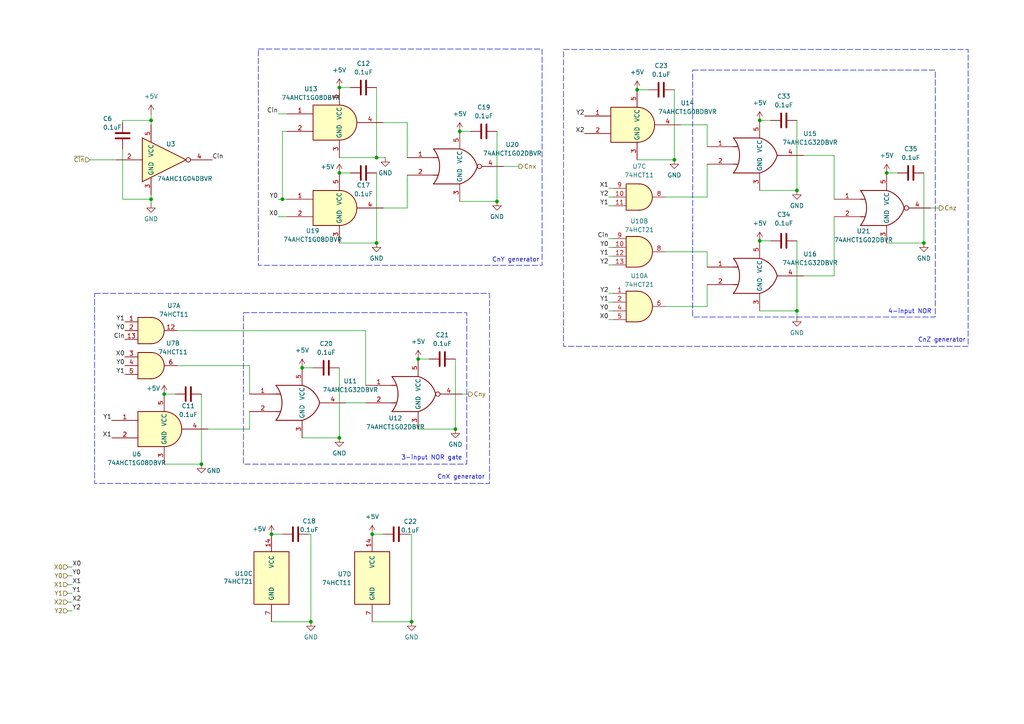
<source format=kicad_sch>
(kicad_sch (version 20250114) (generator "eeschema") (generator_version "9.0")
  (paper "A4")
  (title_block (title "Full Lookahead Carry Generator") (date "2025-03-22") (rev "V1.1") (comment 3 "https://www.ti.com/lit/ds/symlink/sn54s182.pdf") (comment 4 "Functionally equivalent to the 74LS 182 carry generator IC."))
  (lib_symbols
    (symbol "74xGxx:74AHC1G04"
      (property "Reference" "U" (at -2.54 3.81 0))
      (property "Value" "74AHC1G04" (at 0 -3.81 0))
      (symbol "74AHC1G04_0_1"
        (polyline (pts (xy -7.62 6.35) (xy -7.62 -6.35) (xy 5.08 0) (xy -7.62 6.35)) (stroke (width 0.254)) (fill (type background)))
      )
      (symbol "74AHC1G04_1_1"
        (pin input line (at -15.24 0 0) (length 7.62) (name "~") (number "2"))
        (pin power_in line (at -5.08 10.16 270) (length 5.08) (name "VCC") (number "5"))
        (pin power_in line (at -5.08 -10.16 90) (length 5.08) (name "GND") (number "3"))
        (pin output inverted (at 12.7 0 180) (length 7.62) (name "~") (number "4"))
      )
    )
    (symbol "74xGxx:74AHC1G08"
      (property "Reference" "U" (at -2.54 3.81 0))
      (property "Value" "74AHC1G08" (at 0 -3.81 0))
      (symbol "74AHC1G08_0_1"
        (arc (start 0 5.08) (mid 5.0579 0) (end 0 -5.08) (stroke (width 0.254)) (fill (type background)))
        (polyline (pts (xy 0 -5.08) (xy -7.62 -5.08) (xy -7.62 5.08) (xy 0 5.08)) (stroke (width 0.254)) (fill (type background)))
      )
      (symbol "74AHC1G08_1_1"
        (pin input line (at -15.24 2.54 0) (length 7.62) (name "~") (number "1"))
        (pin input line (at -15.24 -2.54 0) (length 7.62) (name "~") (number "2"))
        (pin power_in line (at 0 10.16 270) (length 5.08) (name "VCC") (number "5"))
        (pin power_in line (at 0 -10.16 90) (length 5.08) (name "GND") (number "3"))
        (pin output line (at 12.7 0 180) (length 7.62) (name "~") (number "4"))
      )
    )
    (symbol "74xGxx:74AHC1G32"
      (property "Reference" "U" (at -2.54 3.81 0))
      (property "Value" "74AHC1G32" (at 0 -3.81 0))
      (symbol "74AHC1G32_0_1"
        (arc (start -7.62 5.08) (mid -5.838 0) (end -7.62 -5.08) (stroke (width 0.254)))
        (polyline (pts (xy -7.62 2.54) (xy -6.35 2.54)) (stroke (width 0.254)) (fill (type background)))
        (polyline (pts (xy -7.62 -2.54) (xy -6.35 -2.54)) (stroke (width 0.254)) (fill (type background)))
        (arc (start 5.08 0) (mid 3.202 -3.202) (end 0 -5.08) (stroke (width 0.254)))
        (arc (start 0 5.08) (mid 3.2271 3.2271) (end 5.08 0) (stroke (width 0.254)))
        (polyline (pts (xy 0 5.08) (xy -7.62 5.08)) (stroke (width 0.254)) (fill (type background)))
        (polyline (pts (xy 0 -5.08) (xy -7.62 -5.08)) (stroke (width 0.254)) (fill (type background)))
      )
      (symbol "74AHC1G32_1_1"
        (pin input line (at -15.24 2.54 0) (length 7.62) (name "~") (number "1"))
        (pin input line (at -15.24 -2.54 0) (length 7.62) (name "~") (number "2"))
        (pin power_in line (at 0 10.16 270) (length 5.08) (name "VCC") (number "5"))
        (pin power_in line (at 0 -10.16 90) (length 5.08) (name "GND") (number "3"))
        (pin output line (at 12.7 0 180) (length 7.62) (name "~") (number "4"))
      )
    )
    (symbol "74xGxx:74AHCT1G02"
      (property "Reference" "U" (at -2.54 3.81 0))
      (property "Value" "74AHCT1G02" (at 0 -3.81 0))
      (symbol "74AHCT1G02_0_1"
        (arc (start -7.62 5.08) (mid -5.838 0) (end -7.62 -5.08) (stroke (width 0.254)))
        (polyline (pts (xy -7.62 2.54) (xy -6.35 2.54)) (stroke (width 0.254)) (fill (type background)))
        (polyline (pts (xy -7.62 -2.54) (xy -6.35 -2.54)) (stroke (width 0.254)) (fill (type background)))
        (arc (start 5.08 0) (mid 3.202 -3.202) (end 0 -5.08) (stroke (width 0.254)))
        (arc (start 0 5.08) (mid 3.2271 3.2271) (end 5.08 0) (stroke (width 0.254)))
        (polyline (pts (xy 0 5.08) (xy -7.62 5.08)) (stroke (width 0.254)) (fill (type background)))
        (polyline (pts (xy 0 -5.08) (xy -7.62 -5.08)) (stroke (width 0.254)) (fill (type background)))
      )
      (symbol "74AHCT1G02_1_1"
        (pin input line (at -15.24 2.54 0) (length 7.62) (name "~") (number "1"))
        (pin input line (at -15.24 -2.54 0) (length 7.62) (name "~") (number "2"))
        (pin power_in line (at 0 10.16 270) (length 5.08) (name "VCC") (number "5"))
        (pin power_in line (at 0 -10.16 90) (length 5.08) (name "GND") (number "3"))
        (pin output inverted (at 12.7 0 180) (length 7.62) (name "~") (number "4"))
      )
    )
    (symbol "74xx:74LS11" (pin_names (offset 1.016))
      (property "Reference" "U" (at 0 1.27 0))
      (property "Value" "74LS11" (at 0 -1.27 0))
      (symbol "74LS11_1_1"
        (arc (start 0 3.81) (mid 3.7934 0) (end 0 -3.81) (stroke (width 0.254)) (fill (type background)))
        (polyline (pts (xy 0 3.81) (xy -3.81 3.81) (xy -3.81 -3.81) (xy 0 -3.81)) (stroke (width 0.254)) (fill (type background)))
        (pin input line (at -7.62 2.54 0) (length 3.81) (name "~") (number "1"))
        (pin input line (at -7.62 0 0) (length 3.81) (name "~") (number "2"))
        (pin input line (at -7.62 -2.54 0) (length 3.81) (name "~") (number "13"))
        (pin output line (at 7.62 0 180) (length 3.81) (name "~") (number "12"))
      )
      (symbol "74LS11_1_2"
        (arc (start -3.81 3.81) (mid -2.589 0) (end -3.81 -3.81) (stroke (width 0.254)))
        (polyline (pts (xy -3.81 3.81) (xy -0.635 3.81)) (stroke (width 0.254)) (fill (type background)))
        (polyline (pts (xy -3.81 -3.81) (xy -0.635 -3.81)) (stroke (width 0.254)) (fill (type background)))
        (arc (start 3.81 0) (mid 2.1855 -2.584) (end -0.6096 -3.81) (stroke (width 0.254)) (fill (type background)))
        (arc (start -0.6096 3.81) (mid 2.1928 2.5924) (end 3.81 0) (stroke (width 0.254)) (fill (type background)))
        (polyline (pts (xy -0.635 3.81) (xy -3.81 3.81) (xy -3.81 3.81) (xy -3.556 3.4036) (xy -3.0226 2.2606) (xy -2.6924 1.0414) (xy -2.6162 -0.254) (xy -2.7686 -1.4986) (xy -3.175 -2.7178) (xy -3.81 -3.81) (xy -3.81 -3.81) (xy -0.635 -3.81)) (stroke (width -25.4)) (fill (type background)))
        (pin input inverted (at -7.62 2.54 0) (length 4.318) (name "~") (number "1"))
        (pin input inverted (at -7.62 0 0) (length 4.953) (name "~") (number "2"))
        (pin input inverted (at -7.62 -2.54 0) (length 4.318) (name "~") (number "13"))
        (pin output inverted (at 7.62 0 180) (length 3.81) (name "~") (number "12"))
      )
      (symbol "74LS11_2_1"
        (arc (start 0 3.81) (mid 3.7934 0) (end 0 -3.81) (stroke (width 0.254)) (fill (type background)))
        (polyline (pts (xy 0 3.81) (xy -3.81 3.81) (xy -3.81 -3.81) (xy 0 -3.81)) (stroke (width 0.254)) (fill (type background)))
        (pin input line (at -7.62 2.54 0) (length 3.81) (name "~") (number "3"))
        (pin input line (at -7.62 0 0) (length 3.81) (name "~") (number "4"))
        (pin input line (at -7.62 -2.54 0) (length 3.81) (name "~") (number "5"))
        (pin output line (at 7.62 0 180) (length 3.81) (name "~") (number "6"))
      )
      (symbol "74LS11_2_2"
        (arc (start -3.81 3.81) (mid -2.589 0) (end -3.81 -3.81) (stroke (width 0.254)))
        (polyline (pts (xy -3.81 3.81) (xy -0.635 3.81)) (stroke (width 0.254)) (fill (type background)))
        (polyline (pts (xy -3.81 -3.81) (xy -0.635 -3.81)) (stroke (width 0.254)) (fill (type background)))
        (arc (start 3.81 0) (mid 2.1855 -2.584) (end -0.6096 -3.81) (stroke (width 0.254)) (fill (type background)))
        (arc (start -0.6096 3.81) (mid 2.1928 2.5924) (end 3.81 0) (stroke (width 0.254)) (fill (type background)))
        (polyline (pts (xy -0.635 3.81) (xy -3.81 3.81) (xy -3.81 3.81) (xy -3.556 3.4036) (xy -3.0226 2.2606) (xy -2.6924 1.0414) (xy -2.6162 -0.254) (xy -2.7686 -1.4986) (xy -3.175 -2.7178) (xy -3.81 -3.81) (xy -3.81 -3.81) (xy -0.635 -3.81)) (stroke (width -25.4)) (fill (type background)))
        (pin input inverted (at -7.62 2.54 0) (length 4.318) (name "~") (number "3"))
        (pin input inverted (at -7.62 0 0) (length 4.953) (name "~") (number "4"))
        (pin input inverted (at -7.62 -2.54 0) (length 4.318) (name "~") (number "5"))
        (pin output inverted (at 7.62 0 180) (length 3.81) (name "~") (number "6"))
      )
      (symbol "74LS11_3_1"
        (arc (start 0 3.81) (mid 3.7934 0) (end 0 -3.81) (stroke (width 0.254)) (fill (type background)))
        (polyline (pts (xy 0 3.81) (xy -3.81 3.81) (xy -3.81 -3.81) (xy 0 -3.81)) (stroke (width 0.254)) (fill (type background)))
        (pin input line (at -7.62 2.54 0) (length 3.81) (name "~") (number "9"))
        (pin input line (at -7.62 0 0) (length 3.81) (name "~") (number "10"))
        (pin input line (at -7.62 -2.54 0) (length 3.81) (name "~") (number "11"))
        (pin output line (at 7.62 0 180) (length 3.81) (name "~") (number "8"))
      )
      (symbol "74LS11_3_2"
        (arc (start -3.81 3.81) (mid -2.589 0) (end -3.81 -3.81) (stroke (width 0.254)))
        (polyline (pts (xy -3.81 3.81) (xy -0.635 3.81)) (stroke (width 0.254)) (fill (type background)))
        (polyline (pts (xy -3.81 -3.81) (xy -0.635 -3.81)) (stroke (width 0.254)) (fill (type background)))
        (arc (start 3.81 0) (mid 2.1855 -2.584) (end -0.6096 -3.81) (stroke (width 0.254)) (fill (type background)))
        (arc (start -0.6096 3.81) (mid 2.1928 2.5924) (end 3.81 0) (stroke (width 0.254)) (fill (type background)))
        (polyline (pts (xy -0.635 3.81) (xy -3.81 3.81) (xy -3.81 3.81) (xy -3.556 3.4036) (xy -3.0226 2.2606) (xy -2.6924 1.0414) (xy -2.6162 -0.254) (xy -2.7686 -1.4986) (xy -3.175 -2.7178) (xy -3.81 -3.81) (xy -3.81 -3.81) (xy -0.635 -3.81)) (stroke (width -25.4)) (fill (type background)))
        (pin input inverted (at -7.62 2.54 0) (length 4.318) (name "~") (number "9"))
        (pin input inverted (at -7.62 0 0) (length 4.953) (name "~") (number "10"))
        (pin input inverted (at -7.62 -2.54 0) (length 4.318) (name "~") (number "11"))
        (pin output inverted (at 7.62 0 180) (length 3.81) (name "~") (number "8"))
      )
      (symbol "74LS11_4_0"
        (pin power_in line (at 0 12.7 270) (length 5.08) (name "VCC") (number "14"))
        (pin power_in line (at 0 -12.7 90) (length 5.08) (name "GND") (number "7"))
      )
      (symbol "74LS11_4_1"
        (rectangle (start -5.08 7.62) (end 5.08 -7.62) (stroke (width 0.254)) (fill (type background)))
      )
    )
    (symbol "74xx:74LS21" (pin_names (offset 1.016))
      (property "Reference" "U" (at 0 1.27 0))
      (property "Value" "74LS21" (at 0 -1.27 0))
      (symbol "74LS21_1_1"
        (arc (start -0.635 4.445) (mid 3.7907 0) (end -0.635 -4.445) (stroke (width 0.254)) (fill (type background)))
        (polyline (pts (xy -0.635 4.445) (xy -3.81 4.445) (xy -3.81 -4.445) (xy -0.635 -4.445)) (stroke (width 0.254)) (fill (type background)))
        (pin input line (at -7.62 3.81 0) (length 3.81) (name "~") (number "1"))
        (pin input line (at -7.62 1.27 0) (length 3.81) (name "~") (number "2"))
        (pin input line (at -7.62 -1.27 0) (length 3.81) (name "~") (number "4"))
        (pin input line (at -7.62 -3.81 0) (length 3.81) (name "~") (number "5"))
        (pin output line (at 7.62 0 180) (length 3.81) (name "~") (number "6"))
      )
      (symbol "74LS21_1_2"
        (arc (start -3.81 4.445) (mid -2.5908 0) (end -3.81 -4.445) (stroke (width 0.254)))
        (polyline (pts (xy -3.81 4.445) (xy -0.635 4.445)) (stroke (width 0.254)) (fill (type background)))
        (polyline (pts (xy -3.81 -4.445) (xy -0.635 -4.445)) (stroke (width 0.254)) (fill (type background)))
        (arc (start -0.6096 4.445) (mid 2.2198 2.8385) (end 3.81 0) (stroke (width 0.254)) (fill (type background)))
        (arc (start 3.81 0) (mid 2.224 -2.8428) (end -0.6096 -4.445) (stroke (width 0.254)) (fill (type background)))
        (polyline (pts (xy -0.635 4.445) (xy -3.81 4.445) (xy -3.81 4.445) (xy -3.6322 4.0894) (xy -3.0988 2.921) (xy -2.7686 1.6764) (xy -2.6162 0.4318) (xy -2.6416 -0.8636) (xy -2.8702 -2.1082) (xy -3.2512 -3.3274) (xy -3.81 -4.445) (xy -3.81 -4.445) (xy -0.635 -4.445)) (stroke (width -25.4)) (fill (type background)))
        (pin input inverted (at -7.62 3.81 0) (length 3.81) (name "~") (number "1"))
        (pin input inverted (at -7.62 1.27 0) (length 4.826) (name "~") (number "2"))
        (pin input inverted (at -7.62 -1.27 0) (length 4.826) (name "~") (number "4"))
        (pin input inverted (at -7.62 -3.81 0) (length 3.81) (name "~") (number "5"))
        (pin output inverted (at 7.62 0 180) (length 3.81) (name "~") (number "6"))
      )
      (symbol "74LS21_2_1"
        (arc (start -0.635 4.445) (mid 3.7907 0) (end -0.635 -4.445) (stroke (width 0.254)) (fill (type background)))
        (polyline (pts (xy -0.635 4.445) (xy -3.81 4.445) (xy -3.81 -4.445) (xy -0.635 -4.445)) (stroke (width 0.254)) (fill (type background)))
        (pin input line (at -7.62 3.81 0) (length 3.81) (name "~") (number "9"))
        (pin input line (at -7.62 1.27 0) (length 3.81) (name "~") (number "10"))
        (pin input line (at -7.62 -1.27 0) (length 3.81) (name "~") (number "12"))
        (pin input line (at -7.62 -3.81 0) (length 3.81) (name "~") (number "13"))
        (pin output line (at 7.62 0 180) (length 3.81) (name "~") (number "8"))
      )
      (symbol "74LS21_2_2"
        (arc (start -3.81 4.445) (mid -2.5908 0) (end -3.81 -4.445) (stroke (width 0.254)))
        (polyline (pts (xy -3.81 4.445) (xy -0.635 4.445)) (stroke (width 0.254)) (fill (type background)))
        (polyline (pts (xy -3.81 -4.445) (xy -0.635 -4.445)) (stroke (width 0.254)) (fill (type background)))
        (arc (start -0.6096 4.445) (mid 2.2198 2.8385) (end 3.81 0) (stroke (width 0.254)) (fill (type background)))
        (arc (start 3.81 0) (mid 2.224 -2.8428) (end -0.6096 -4.445) (stroke (width 0.254)) (fill (type background)))
        (polyline (pts (xy -0.635 4.445) (xy -3.81 4.445) (xy -3.81 4.445) (xy -3.6322 4.0894) (xy -3.0988 2.921) (xy -2.7686 1.6764) (xy -2.6162 0.4318) (xy -2.6416 -0.8636) (xy -2.8702 -2.1082) (xy -3.2512 -3.3274) (xy -3.81 -4.445) (xy -3.81 -4.445) (xy -0.635 -4.445)) (stroke (width -25.4)) (fill (type background)))
        (pin input inverted (at -7.62 3.81 0) (length 3.81) (name "~") (number "9"))
        (pin input inverted (at -7.62 1.27 0) (length 4.826) (name "~") (number "10"))
        (pin input inverted (at -7.62 -1.27 0) (length 4.826) (name "~") (number "12"))
        (pin input inverted (at -7.62 -3.81 0) (length 3.81) (name "~") (number "13"))
        (pin output inverted (at 7.62 0 180) (length 3.81) (name "~") (number "8"))
      )
      (symbol "74LS21_3_0"
        (pin power_in line (at 0 12.7 270) (length 5.08) (name "VCC") (number "14"))
        (pin power_in line (at 0 -12.7 90) (length 5.08) (name "GND") (number "7"))
      )
      (symbol "74LS21_3_1"
        (rectangle (start -5.08 7.62) (end 5.08 -7.62) (stroke (width 0.254)) (fill (type background)))
      )
    )
    (symbol "Device:C" (pin_numbers (hide yes)) (pin_names (offset 0.254))
      (property "Reference" "C" (at 0.635 2.54 0))
      (property "Value" "C" (at 0.635 -2.54 0))
      (symbol "C_0_1"
        (polyline (pts (xy -2.032 0.762) (xy 2.032 0.762)) (stroke (width 0.508)))
        (polyline (pts (xy -2.032 -0.762) (xy 2.032 -0.762)) (stroke (width 0.508)))
      )
      (symbol "C_1_1"
        (pin passive line (at 0 3.81 270) (length 2.794) (name "~") (number "1"))
        (pin passive line (at 0 -3.81 90) (length 2.794) (name "~") (number "2"))
      )
    )
    (symbol "power:+5V" (power) (pin_numbers (hide yes)) (pin_names (offset 0) (hide yes))
      (property "Value" "+5V" (at 0 3.556 0))
      (symbol "+5V_0_1"
        (polyline (pts (xy -0.762 1.27) (xy 0 2.54)))
        (polyline (pts (xy 0 2.54) (xy 0.762 1.27)))
        (polyline (pts (xy 0 0) (xy 0 2.54)))
      )
      (symbol "+5V_1_1"
        (pin power_in line (at 0 0 90) (length 0) (name "~") (number "1"))
      )
    )
    (symbol "power:GND" (power) (pin_numbers (hide yes)) (pin_names (offset 0) (hide yes))
      (property "Value" "GND" (at 0 -3.81 0))
      (symbol "GND_0_1"
        (polyline (pts (xy 0 0) (xy 0 -1.27) (xy 1.27 -1.27) (xy 0 -2.54) (xy -1.27 -1.27) (xy 0 -1.27)))
      )
      (symbol "GND_1_1"
        (pin power_in line (at 0 0 270) (length 0) (name "~") (number "1"))
      )
    )
  )
  (rectangle (start 27.432 85.09) (end 141.986 140.208) (stroke (width 0) (type dash)))
  (rectangle (start 70.612 90.678) (end 135.382 134.62) (stroke (width 0) (type dash)))
  (rectangle (start 163.449 14.351) (end 280.797 100.457) (stroke (width 0) (type dash)))
  (rectangle (start 74.93 14.224) (end 157.226 76.962) (stroke (width 0) (type dash)))
  (rectangle (start 200.914 20.32) (end 271.272 91.948) (stroke (width 0) (type dash)))
  (text "CnY generator\n" (at 149.606 75.438 0) (effects (font (size 1.27 1.27))))
  (text "4-input NOR\n" (at 263.906 90.424 0) (effects (font (size 1.27 1.27))))
  (text "CnX generator\n" (at 133.731 138.43 0) (effects (font (size 1.27 1.27))))
  (text "3-input NOR gate\n" (at 125.222 132.842 0) (effects (font (size 1.27 1.27))))
  (text "CnZ generator" (at 273.177 98.679 0) (effects (font (size 1.27 1.27))))
  (junction (at 87.63 106.68))
  (junction (at 47.625 114.3))
  (junction (at 257.175 50.165))
  (junction (at 43.815 57.785))
  (junction (at 231.14 55.245))
  (junction (at 220.345 34.925))
  (junction (at 107.95 154.94))
  (junction (at 220.345 69.85))
  (junction (at 98.425 50.165))
  (junction (at 267.97 70.485))
  (junction (at 195.58 46.355))
  (junction (at 109.22 70.485))
  (junction (at 144.145 58.42))
  (junction (at 132.08 124.46))
  (junction (at 98.425 127))
  (junction (at 81.915 57.785))
  (junction (at 121.285 104.14))
  (junction (at 43.815 34.925))
  (junction (at 90.17 180.34))
  (junction (at 98.425 25.4))
  (junction (at 109.22 45.72))
  (junction (at 133.35 38.1))
  (junction (at 184.785 26.035))
  (junction (at 78.74 154.94))
  (junction (at 119.38 180.34))
  (junction (at 58.42 134.62))
  (junction (at 231.14 90.17))
  (wire (pts (xy 19.685 177.165) (xy 20.955 177.165)))
  (wire (pts (xy 43.815 33.02) (xy 43.815 34.925)))
  (wire (pts (xy 241.935 45.085) (xy 241.935 57.785)))
  (wire (pts (xy 144.145 58.42) (xy 133.35 58.42)))
  (wire (pts (xy 109.22 25.4) (xy 109.22 45.72)))
  (wire (pts (xy 241.935 80.01) (xy 241.935 62.865)))
  (wire (pts (xy 111.76 45.72) (xy 109.22 45.72)))
  (wire (pts (xy 119.38 154.94) (xy 118.745 154.94)))
  (wire (pts (xy 80.645 33.02) (xy 83.185 33.02)))
  (wire (pts (xy 35.56 57.785) (xy 43.815 57.785)))
  (wire (pts (xy 43.815 56.515) (xy 43.815 57.785)))
  (wire (pts (xy 80.645 57.785) (xy 81.915 57.785)))
  (wire (pts (xy 109.22 45.72) (xy 98.425 45.72)))
  (wire (pts (xy 119.38 154.94) (xy 119.38 180.34)))
  (wire (pts (xy 193.04 73.025) (xy 205.105 73.025)))
  (wire (pts (xy 231.14 55.245) (xy 220.345 55.245)))
  (wire (pts (xy 19.685 172.085) (xy 20.955 172.085)))
  (wire (pts (xy 220.345 69.85) (xy 223.52 69.85)))
  (wire (pts (xy 106.045 95.885) (xy 106.045 111.76)))
  (wire (pts (xy 81.915 38.1) (xy 83.185 38.1)))
  (wire (pts (xy 205.105 57.15) (xy 205.105 47.625)))
  (wire (pts (xy 35.56 34.925) (xy 43.815 34.925)))
  (wire (pts (xy 43.815 57.785) (xy 43.815 59.055)))
  (wire (pts (xy 231.14 34.925) (xy 231.14 55.245)))
  (wire (pts (xy 121.285 104.14) (xy 124.46 104.14)))
  (wire (pts (xy 100.33 116.84) (xy 106.045 116.84)))
  (wire (pts (xy 193.04 88.9) (xy 205.105 88.9)))
  (wire (pts (xy 90.17 154.94) (xy 90.17 180.34)))
  (wire (pts (xy 43.815 34.925) (xy 43.815 36.195)))
  (wire (pts (xy 19.685 169.545) (xy 20.955 169.545)))
  (wire (pts (xy 35.56 35.56) (xy 35.56 34.925)))
  (wire (pts (xy 51.435 106.045) (xy 72.39 106.045)))
  (wire (pts (xy 144.145 38.1) (xy 144.145 58.42)))
  (wire (pts (xy 205.105 36.195) (xy 205.105 42.545)))
  (wire (pts (xy 109.22 50.165) (xy 109.22 70.485)))
  (wire (pts (xy 78.74 154.94) (xy 81.915 154.94)))
  (wire (pts (xy 80.645 62.865) (xy 83.185 62.865)))
  (wire (pts (xy 90.17 154.94) (xy 89.535 154.94)))
  (wire (pts (xy 133.985 114.3) (xy 135.89 114.3)))
  (wire (pts (xy 220.345 34.925) (xy 223.52 34.925)))
  (wire (pts (xy 72.39 124.46) (xy 72.39 119.38)))
  (wire (pts (xy 205.105 73.025) (xy 205.105 77.47)))
  (wire (pts (xy 176.53 92.71) (xy 177.8 92.71)))
  (wire (pts (xy 133.35 38.1) (xy 136.525 38.1)))
  (wire (pts (xy 98.425 25.4) (xy 101.6 25.4)))
  (wire (pts (xy 205.105 88.9) (xy 205.105 82.55)))
  (wire (pts (xy 111.125 60.325) (xy 118.11 60.325)))
  (wire (pts (xy 267.97 50.165) (xy 267.97 70.485)))
  (wire (pts (xy 60.325 124.46) (xy 72.39 124.46)))
  (wire (pts (xy 51.435 95.885) (xy 106.045 95.885)))
  (wire (pts (xy 132.08 104.14) (xy 132.08 124.46)))
  (wire (pts (xy 35.56 43.18) (xy 35.56 57.785)))
  (wire (pts (xy 197.485 36.195) (xy 205.105 36.195)))
  (wire (pts (xy 176.53 57.15) (xy 177.8 57.15)))
  (wire (pts (xy 233.045 45.085) (xy 241.935 45.085)))
  (wire (pts (xy 195.58 46.355) (xy 184.785 46.355)))
  (wire (pts (xy 81.915 57.785) (xy 83.185 57.785)))
  (wire (pts (xy 176.53 59.69) (xy 177.8 59.69)))
  (wire (pts (xy 47.625 114.3) (xy 50.8 114.3)))
  (wire (pts (xy 176.53 90.17) (xy 177.8 90.17)))
  (wire (pts (xy 72.39 106.045) (xy 72.39 114.3)))
  (wire (pts (xy 241.935 80.01) (xy 233.045 80.01)))
  (wire (pts (xy 98.425 106.68) (xy 98.425 127)))
  (wire (pts (xy 176.53 71.755) (xy 177.8 71.755)))
  (wire (pts (xy 176.53 85.09) (xy 177.8 85.09)))
  (wire (pts (xy 176.53 69.215) (xy 177.8 69.215)))
  (wire (pts (xy 107.95 154.94) (xy 111.125 154.94)))
  (wire (pts (xy 107.95 180.34) (xy 119.38 180.34)))
  (wire (pts (xy 267.97 70.485) (xy 257.175 70.485)))
  (wire (pts (xy 58.42 114.3) (xy 58.42 134.62)))
  (wire (pts (xy 118.11 35.56) (xy 118.11 45.72)))
  (wire (pts (xy 176.53 54.61) (xy 177.8 54.61)))
  (wire (pts (xy 111.125 35.56) (xy 118.11 35.56)))
  (wire (pts (xy 231.14 69.85) (xy 231.14 90.17)))
  (wire (pts (xy 98.425 50.165) (xy 101.6 50.165)))
  (wire (pts (xy 176.53 76.835) (xy 177.8 76.835)))
  (wire (pts (xy 257.175 50.165) (xy 260.35 50.165)))
  (wire (pts (xy 26.035 46.355) (xy 33.655 46.355)))
  (wire (pts (xy 81.915 38.1) (xy 81.915 57.785)))
  (wire (pts (xy 19.685 167.005) (xy 20.955 167.005)))
  (wire (pts (xy 184.785 26.035) (xy 187.96 26.035)))
  (wire (pts (xy 19.685 174.625) (xy 20.955 174.625)))
  (wire (pts (xy 19.685 164.465) (xy 20.955 164.465)))
  (wire (pts (xy 272.415 60.325) (xy 269.875 60.325)))
  (wire (pts (xy 193.04 57.15) (xy 205.105 57.15)))
  (wire (pts (xy 146.05 48.26) (xy 150.495 48.26)))
  (wire (pts (xy 98.425 127) (xy 87.63 127)))
  (wire (pts (xy 118.11 60.325) (xy 118.11 50.8)))
  (wire (pts (xy 195.58 26.035) (xy 195.58 46.355)))
  (wire (pts (xy 87.63 106.68) (xy 90.805 106.68)))
  (wire (pts (xy 132.08 124.46) (xy 121.285 124.46)))
  (wire (pts (xy 58.42 134.62) (xy 47.625 134.62)))
  (wire (pts (xy 78.74 180.34) (xy 90.17 180.34)))
  (wire (pts (xy 220.345 90.17) (xy 231.14 90.17)))
  (wire (pts (xy 176.53 87.63) (xy 177.8 87.63)))
  (wire (pts (xy 109.22 70.485) (xy 98.425 70.485)))
  (wire (pts (xy 176.53 74.295) (xy 177.8 74.295)))
  (wire (pts (xy 231.14 92.075) (xy 231.14 90.17)))
  (label "Y1" (at 36.195 93.345 180))
  (label "Y0" (at 36.195 95.885 180))
  (label "X0" (at 80.645 62.865 180))
  (label "Cin" (at 61.595 46.355 0))
  (label "X2" (at 169.545 38.735 180))
  (label "Cin" (at 80.645 33.02 180))
  (label "Y0" (at 36.195 106.045 180))
  (label "X1" (at 176.53 54.61 180))
  (label "Cin" (at 176.53 69.215 180))
  (label "X0" (at 36.195 103.505 180))
  (label "Y2" (at 176.53 76.835 180))
  (label "X1" (at 20.955 169.545 0))
  (label "Y1" (at 20.955 172.085 0))
  (label "Y0" (at 176.53 71.755 180))
  (label "Y1" (at 32.385 121.92 180))
  (label "Y1" (at 176.53 74.295 180))
  (label "Y0" (at 80.645 57.785 180))
  (label "Y0" (at 176.53 90.17 180))
  (label "X2" (at 20.955 174.625 0))
  (label "Y2" (at 176.53 85.09 180))
  (label "X0" (at 176.53 92.71 180))
  (label "Y2" (at 169.545 33.655 180))
  (label "Y0" (at 20.955 167.005 0))
  (label "X0" (at 20.955 164.465 0))
  (label "Cin" (at 36.195 98.425 180))
  (label "Y1" (at 36.195 108.585 180))
  (label "Y1" (at 176.53 59.69 180))
  (label "Y2" (at 176.53 57.15 180))
  (label "Y2" (at 20.955 177.165 0))
  (label "Y1" (at 176.53 87.63 180))
  (label "X1" (at 32.385 127 180))
  (hierarchical_label "Y2" (shape input) (at 19.685 177.165 180))
  (hierarchical_label "Cny" (shape output) (at 135.89 114.3 0))
  (hierarchical_label "X0" (shape input) (at 19.685 164.465 180))
  (hierarchical_label "Cnx" (shape output) (at 150.495 48.26 0))
  (hierarchical_label "Cnz" (shape output) (at 272.415 60.325 0))
  (hierarchical_label "~{Cin}" (shape input) (at 26.035 46.355 180))
  (hierarchical_label "X2" (shape input) (at 19.685 174.625 180))
  (hierarchical_label "Y1" (shape input) (at 19.685 172.085 180))
  (hierarchical_label "X1" (shape input) (at 19.685 169.545 180))
  (hierarchical_label "Y0" (shape input) (at 19.685 167.005 180))
  (symbol (lib_id "Device:C") (at 264.16 50.165 90) (unit 1)
    (property "Reference" "C35" (at 264.16 43.18 90))
    (property "Value" "0.1uF" (at 264.16 45.72 90))
    (property "Footprint" "Capacitor_SMD:C_0603_1608Metric" (effects (hide yes)))
    (property "Description" "Unpolarized capacitor" (effects (hide yes)))
  )
  (symbol (lib_id "power:+5V") (at 43.815 33.02 0) (unit 1)
    (property "Reference" "#PWR012" (effects (hide yes)))
    (property "Value" "+5V" (at 43.815 27.94 0))
    (property "Description" "Power symbol creates a global label with name \"+5V\"" (effects (hide yes)))
  )
  (symbol (lib_id "74xx:74LS21") (at 78.74 167.64 0) (unit 3)
    (property "Reference" "U10" (at 68.072 166.37 0) (effects (justify left)))
    (property "Value" "74HCT21" (at 64.77 168.656 0) (effects (justify left)))
    (property "Footprint" "Package_SO:SOIC-14_3.9x8.7mm_P1.27mm" (effects (hide yes)))
    (property "Datasheet" "http://www.ti.com/lit/gpn/sn74LS21" (effects (hide yes)))
    (property "Description" "Dual 4-input AND" (effects (hide yes)))
  )
  (symbol (lib_id "power:+5V") (at 87.63 106.68 0) (unit 1)
    (property "Reference" "#PWR047" (effects (hide yes)))
    (property "Value" "+5V" (at 87.63 101.6 0))
    (property "Description" "Power symbol creates a global label with name \"+5V\"" (effects (hide yes)))
  )
  (symbol (lib_id "74xGxx:74AHC1G32") (at 220.345 80.01 0) (unit 1)
    (property "Reference" "U16" (at 234.95 73.6914 0))
    (property "Value" "74AHC1G32DBVR" (at 234.95 76.2314 0))
    (property "Footprint" "Package_TO_SOT_SMD:SOT-23-5" (effects (hide yes)))
    (property "Datasheet" "http://www.ti.com/lit/sg/scyt129e/scyt129e.pdf" (effects (hide yes)))
    (property "Description" "Single OR Gate, Low-Voltage CMOS" (effects (hide yes)))
  )
  (symbol (lib_id "power:+5V") (at 98.425 25.4 0) (unit 1)
    (property "Reference" "#PWR033" (effects (hide yes)))
    (property "Value" "+5V" (at 98.425 20.32 0))
    (property "Description" "Power symbol creates a global label with name \"+5V\"" (effects (hide yes)))
  )
  (symbol (lib_id "Device:C") (at 54.61 114.3 90) (unit 1)
    (property "Reference" "C11" (at 54.61 117.729 90))
    (property "Value" "0.1uF" (at 54.61 120.269 90))
    (property "Footprint" "Capacitor_SMD:C_0603_1608Metric" (effects (hide yes)))
    (property "Description" "Unpolarized capacitor" (effects (hide yes)))
  )
  (symbol (lib_id "Device:C") (at 35.56 39.37 0) (unit 1)
    (property "Reference" "C6" (at 29.845 34.417 0) (effects (justify left)))
    (property "Value" "0.1uF" (at 29.845 36.957 0) (effects (justify left)))
    (property "Footprint" "Capacitor_SMD:C_0603_1608Metric" (effects (hide yes)))
    (property "Description" "Unpolarized capacitor" (effects (hide yes)))
  )
  (symbol (lib_id "74xGxx:74AHCT1G02") (at 133.35 48.26 0) (unit 1)
    (property "Reference" "U20" (at 148.59 41.9414 0))
    (property "Value" "74AHCT1G02DBVR" (at 148.59 44.4814 0))
    (property "Footprint" "Package_TO_SOT_SMD:SOT-23-5" (effects (hide yes)))
    (property "Datasheet" "http://www.ti.com/lit/sg/scyt129e/scyt129e.pdf" (effects (hide yes)))
    (property "Description" "Single NOR Gate, Low-Voltage CMOS" (effects (hide yes)))
  )
  (symbol (lib_id "power:GND") (at 90.17 180.34 0) (unit 1)
    (property "Reference" "#PWR055" (effects (hide yes)))
    (property "Value" "GND" (at 90.17 184.785 0))
    (property "Description" "Power symbol creates a global label with name \"GND\" , ground" (effects (hide yes)))
  )
  (symbol (lib_id "power:GND") (at 58.42 134.62 0) (unit 1)
    (property "Reference" "#PWR030" (effects (hide yes)))
    (property "Value" "GND" (at 61.976 136.525 0))
    (property "Description" "Power symbol creates a global label with name \"GND\" , ground" (effects (hide yes)))
  )
  (symbol (lib_id "Device:C") (at 105.41 50.165 90) (unit 1)
    (property "Reference" "C17" (at 105.41 53.721 90))
    (property "Value" "0.1uF" (at 105.41 56.261 90))
    (property "Footprint" "Capacitor_SMD:C_0603_1608Metric" (effects (hide yes)))
    (property "Description" "Unpolarized capacitor" (effects (hide yes)))
  )
  (symbol (lib_id "power:+5V") (at 107.95 154.94 0) (unit 1)
    (property "Reference" "#PWR051" (effects (hide yes)))
    (property "Value" "+5V" (at 107.95 149.86 0))
    (property "Description" "Power symbol creates a global label with name \"+5V\"" (effects (hide yes)))
  )
  (symbol (lib_id "74xGxx:74AHC1G08") (at 98.425 60.325 0) (unit 1)
    (property "Reference" "U19" (at 90.678 66.929 0))
    (property "Value" "74AHCT1G08DBVR" (at 90.678 69.469 0))
    (property "Footprint" "Package_TO_SOT_SMD:SOT-23-5" (effects (hide yes)))
    (property "Datasheet" "http://www.ti.com/lit/sg/scyt129e/scyt129e.pdf" (effects (hide yes)))
    (property "Description" "Single AND Gate, Low-Voltage CMOS" (effects (hide yes)))
  )
  (symbol (lib_id "74xGxx:74AHC1G32") (at 220.345 45.085 0) (unit 1)
    (property "Reference" "U15" (at 234.95 38.7664 0))
    (property "Value" "74AHC1G32DBVR" (at 234.95 41.3064 0))
    (property "Footprint" "Package_TO_SOT_SMD:SOT-23-5" (effects (hide yes)))
    (property "Datasheet" "http://www.ti.com/lit/sg/scyt129e/scyt129e.pdf" (effects (hide yes)))
    (property "Description" "Single OR Gate, Low-Voltage CMOS" (effects (hide yes)))
  )
  (symbol (lib_id "Device:C") (at 85.725 154.94 90) (unit 1)
    (property "Reference" "C18" (at 89.662 151.13 90))
    (property "Value" "0.1uF" (at 89.662 153.67 90))
    (property "Footprint" "Capacitor_SMD:C_0603_1608Metric" (effects (hide yes)))
    (property "Description" "Unpolarized capacitor" (effects (hide yes)))
  )
  (symbol (lib_id "Device:C") (at 128.27 104.14 90) (unit 1)
    (property "Reference" "C21" (at 128.27 97.155 90))
    (property "Value" "0.1uF" (at 128.27 99.695 90))
    (property "Footprint" "Capacitor_SMD:C_0603_1608Metric" (effects (hide yes)))
    (property "Description" "Unpolarized capacitor" (effects (hide yes)))
  )
  (symbol (lib_id "74xGxx:74AHC1G08") (at 98.425 35.56 0) (unit 1)
    (property "Reference" "U13" (at 90.17 25.781 0))
    (property "Value" "74AHCT1G08DBVR" (at 90.17 28.321 0))
    (property "Footprint" "Package_TO_SOT_SMD:SOT-23-5" (effects (hide yes)))
    (property "Datasheet" "http://www.ti.com/lit/sg/scyt129e/scyt129e.pdf" (effects (hide yes)))
    (property "Description" "Single AND Gate, Low-Voltage CMOS" (effects (hide yes)))
  )
  (symbol (lib_id "Device:C") (at 105.41 25.4 90) (unit 1)
    (property "Reference" "C12" (at 105.41 18.415 90))
    (property "Value" "0.1uF" (at 105.41 20.955 90))
    (property "Footprint" "Capacitor_SMD:C_0603_1608Metric" (effects (hide yes)))
    (property "Description" "Unpolarized capacitor" (effects (hide yes)))
  )
  (symbol (lib_id "74xGxx:74AHC1G32") (at 87.63 116.84 0) (unit 1)
    (property "Reference" "U11" (at 101.6 110.5214 0))
    (property "Value" "74AHC1G32DBVR" (at 101.6 113.0614 0))
    (property "Footprint" "Package_TO_SOT_SMD:SOT-23-5" (effects (hide yes)))
    (property "Datasheet" "http://www.ti.com/lit/sg/scyt129e/scyt129e.pdf" (effects (hide yes)))
    (property "Description" "Single OR Gate, Low-Voltage CMOS" (effects (hide yes)))
  )
  (symbol (lib_id "74xx:74LS11") (at 185.42 57.15 0) (unit 3)
    (property "Reference" "U7" (at 185.4117 48.26 0))
    (property "Value" "74HCT11" (at 185.4117 50.8 0))
    (property "Footprint" "Package_SO:SOIC-14_3.9x8.7mm_P1.27mm" (effects (hide yes)))
    (property "Datasheet" "http://www.ti.com/lit/gpn/sn74LS11" (effects (hide yes)))
    (property "Description" "Triple 3-input AND" (effects (hide yes)))
  )
  (symbol (lib_id "power:GND") (at 119.38 180.34 0) (unit 1)
    (property "Reference" "#PWR052" (effects (hide yes)))
    (property "Value" "GND" (at 119.38 184.785 0))
    (property "Description" "Power symbol creates a global label with name \"GND\" , ground" (effects (hide yes)))
  )
  (symbol (lib_id "Device:C") (at 140.335 38.1 90) (unit 1)
    (property "Reference" "C19" (at 140.335 31.115 90))
    (property "Value" "0.1uF" (at 140.335 33.655 90))
    (property "Footprint" "Capacitor_SMD:C_0603_1608Metric" (effects (hide yes)))
    (property "Description" "Unpolarized capacitor" (effects (hide yes)))
  )
  (symbol (lib_id "74xx:74LS11") (at 43.815 95.885 0) (unit 1)
    (property "Reference" "U7" (at 50.419 88.646 0))
    (property "Value" "74HCT11" (at 50.419 91.186 0))
    (property "Footprint" "Package_SO:SOIC-14_3.9x8.7mm_P1.27mm" (effects (hide yes)))
    (property "Datasheet" "http://www.ti.com/lit/gpn/sn74LS11" (effects (hide yes)))
    (property "Description" "Triple 3-input AND" (effects (hide yes)))
  )
  (symbol (lib_id "power:GND") (at 43.815 59.055 0) (unit 1)
    (property "Reference" "#PWR013" (effects (hide yes)))
    (property "Value" "GND" (at 43.815 63.5 0))
    (property "Description" "Power symbol creates a global label with name \"GND\" , ground" (effects (hide yes)))
  )
  (symbol (lib_id "Device:C") (at 94.615 106.68 90) (unit 1)
    (property "Reference" "C20" (at 94.615 99.695 90))
    (property "Value" "0.1uF" (at 94.615 102.235 90))
    (property "Footprint" "Capacitor_SMD:C_0603_1608Metric" (effects (hide yes)))
    (property "Description" "Unpolarized capacitor" (effects (hide yes)))
  )
  (symbol (lib_id "Device:C") (at 227.33 69.85 90) (unit 1)
    (property "Reference" "C34" (at 227.33 62.23 90))
    (property "Value" "0.1uF" (at 227.33 64.77 90))
    (property "Footprint" "Capacitor_SMD:C_0603_1608Metric" (effects (hide yes)))
    (property "Description" "Unpolarized capacitor" (effects (hide yes)))
  )
  (symbol (lib_id "74xGxx:74AHC1G08") (at 47.625 124.46 0) (unit 1)
    (property "Reference" "U6" (at 39.624 131.699 0))
    (property "Value" "74AHCT1G08DBVR" (at 39.624 134.239 0))
    (property "Footprint" "Package_TO_SOT_SMD:SOT-23-5" (effects (hide yes)))
    (property "Datasheet" "http://www.ti.com/lit/sg/scyt129e/scyt129e.pdf" (effects (hide yes)))
    (property "Description" "Single AND Gate, Low-Voltage CMOS" (effects (hide yes)))
  )
  (symbol (lib_id "power:GND") (at 98.425 127 0) (unit 1)
    (property "Reference" "#PWR048" (effects (hide yes)))
    (property "Value" "GND" (at 98.425 131.445 0))
    (property "Description" "Power symbol creates a global label with name \"GND\" , ground" (effects (hide yes)))
  )
  (symbol (lib_id "74xGxx:74AHC1G08") (at 184.785 36.195 0) (unit 1)
    (property "Reference" "U14" (at 199.39 29.8764 0))
    (property "Value" "74AHCT1G08DBVR" (at 199.39 32.4164 0))
    (property "Footprint" "Package_TO_SOT_SMD:SOT-23-5" (effects (hide yes)))
    (property "Datasheet" "http://www.ti.com/lit/sg/scyt129e/scyt129e.pdf" (effects (hide yes)))
    (property "Description" "Single AND Gate, Low-Voltage CMOS" (effects (hide yes)))
  )
  (symbol (lib_id "Device:C") (at 114.935 154.94 90) (unit 1)
    (property "Reference" "C22" (at 118.999 151.257 90))
    (property "Value" "0.1uF" (at 118.999 153.797 90))
    (property "Footprint" "Capacitor_SMD:C_0603_1608Metric" (effects (hide yes)))
    (property "Description" "Unpolarized capacitor" (effects (hide yes)))
  )
  (symbol (lib_id "74xx:74LS11") (at 43.815 106.045 0) (unit 2)
    (property "Reference" "U7" (at 50.165 99.568 0))
    (property "Value" "74HCT11" (at 50.165 102.108 0))
    (property "Footprint" "Package_SO:SOIC-14_3.9x8.7mm_P1.27mm" (effects (hide yes)))
    (property "Datasheet" "http://www.ti.com/lit/gpn/sn74LS11" (effects (hide yes)))
    (property "Description" "Triple 3-input AND" (effects (hide yes)))
  )
  (symbol (lib_id "Device:C") (at 191.77 26.035 90) (unit 1)
    (property "Reference" "C23" (at 191.77 19.05 90))
    (property "Value" "0.1uF" (at 191.77 21.59 90))
    (property "Footprint" "Capacitor_SMD:C_0603_1608Metric" (effects (hide yes)))
    (property "Description" "Unpolarized capacitor" (effects (hide yes)))
  )
  (symbol (lib_id "power:GND") (at 144.145 58.42 0) (unit 1)
    (property "Reference" "#PWR050" (effects (hide yes)))
    (property "Value" "GND" (at 144.145 62.865 0))
    (property "Description" "Power symbol creates a global label with name \"GND\" , ground" (effects (hide yes)))
  )
  (symbol (lib_id "power:GND") (at 267.97 70.485 0) (unit 1)
    (property "Reference" "#PWR026" (effects (hide yes)))
    (property "Value" "GND" (at 267.97 74.93 0))
    (property "Description" "Power symbol creates a global label with name \"GND\" , ground" (effects (hide yes)))
  )
  (symbol (lib_id "power:+5V") (at 121.285 104.14 0) (unit 1)
    (property "Reference" "#PWR027" (effects (hide yes)))
    (property "Value" "+5V" (at 121.285 99.06 0))
    (property "Description" "Power symbol creates a global label with name \"+5V\"" (effects (hide yes)))
  )
  (symbol (lib_id "power:GND") (at 111.76 45.72 0) (unit 1)
    (property "Reference" "#PWR044" (effects (hide yes)))
    (property "Value" "GND" (at 111.76 50.165 0))
    (property "Description" "Power symbol creates a global label with name \"GND\" , ground" (effects (hide yes)))
  )
  (symbol (lib_id "power:+5V") (at 78.74 154.94 0) (unit 1)
    (property "Reference" "#PWR053" (effects (hide yes)))
    (property "Value" "+5V" (at 75.184 153.416 0))
    (property "Description" "Power symbol creates a global label with name \"+5V\"" (effects (hide yes)))
  )
  (symbol (lib_id "74xGxx:74AHC1G04") (at 48.895 46.355 0) (unit 1)
    (property "Reference" "U3" (at 49.53 41.783 0))
    (property "Value" "74AHC1G04DBVR" (at 53.594 51.816 0))
    (property "Footprint" "Package_TO_SOT_SMD:SOT-23-5" (effects (hide yes)))
    (property "Datasheet" "http://www.ti.com/lit/sg/scyt129e/scyt129e.pdf" (effects (hide yes)))
    (property "Description" "Single NOT Gate, Low-Voltage CMOS" (effects (hide yes)))
  )
  (symbol (lib_id "power:+5V") (at 220.345 34.925 0) (unit 1)
    (property "Reference" "#PWR019" (effects (hide yes)))
    (property "Value" "+5V" (at 220.345 29.845 0))
    (property "Description" "Power symbol creates a global label with name \"+5V\"" (effects (hide yes)))
  )
  (symbol (lib_id "power:+5V") (at 257.175 50.165 0) (unit 1)
    (property "Reference" "#PWR025" (effects (hide yes)))
    (property "Value" "+5V" (at 257.175 45.085 0))
    (property "Description" "Power symbol creates a global label with name \"+5V\"" (effects (hide yes)))
  )
  (symbol (lib_id "Device:C") (at 227.33 34.925 90) (unit 1)
    (property "Reference" "C33" (at 227.33 27.94 90))
    (property "Value" "0.1uF" (at 227.33 30.48 90))
    (property "Footprint" "Capacitor_SMD:C_0603_1608Metric" (effects (hide yes)))
    (property "Description" "Unpolarized capacitor" (effects (hide yes)))
  )
  (symbol (lib_id "74xGxx:74AHCT1G02") (at 257.175 60.325 0) (unit 1)
    (property "Reference" "U21" (at 250.444 67.056 0))
    (property "Value" "74AHCT1G02DBVR" (at 250.444 69.596 0))
    (property "Footprint" "Package_TO_SOT_SMD:SOT-23-5" (effects (hide yes)))
    (property "Datasheet" "http://www.ti.com/lit/sg/scyt129e/scyt129e.pdf" (effects (hide yes)))
    (property "Description" "Single NOR Gate, Low-Voltage CMOS" (effects (hide yes)))
  )
  (symbol (lib_id "74xx:74LS21") (at 185.42 73.025 0) (unit 2)
    (property "Reference" "U10" (at 185.4103 64.135 0))
    (property "Value" "74HCT21" (at 185.4103 66.675 0))
    (property "Footprint" "Package_SO:SOIC-14_3.9x8.7mm_P1.27mm" (effects (hide yes)))
    (property "Datasheet" "http://www.ti.com/lit/gpn/sn74LS21" (effects (hide yes)))
    (property "Description" "Dual 4-input AND" (effects (hide yes)))
  )
  (symbol (lib_id "74xGxx:74AHCT1G02") (at 121.285 114.3 0) (unit 1)
    (property "Reference" "U12" (at 114.681 121.285 0))
    (property "Value" "74AHCT1G02DBVR" (at 114.681 123.825 0))
    (property "Footprint" "Package_TO_SOT_SMD:SOT-23-5" (effects (hide yes)))
    (property "Datasheet" "http://www.ti.com/lit/sg/scyt129e/scyt129e.pdf" (effects (hide yes)))
    (property "Description" "Single NOR Gate, Low-Voltage CMOS" (effects (hide yes)))
  )
  (symbol (lib_id "power:+5V") (at 98.425 50.165 0) (unit 1)
    (property "Reference" "#PWR031" (effects (hide yes)))
    (property "Value" "+5V" (at 94.996 48.387 0))
    (property "Description" "Power symbol creates a global label with name \"+5V\"" (effects (hide yes)))
  )
  (symbol (lib_id "power:+5V") (at 133.35 38.1 0) (unit 1)
    (property "Reference" "#PWR049" (effects (hide yes)))
    (property "Value" "+5V" (at 133.35 33.02 0))
    (property "Description" "Power symbol creates a global label with name \"+5V\"" (effects (hide yes)))
  )
  (symbol (lib_id "power:+5V") (at 47.625 114.3 0) (unit 1)
    (property "Reference" "#PWR029" (effects (hide yes)))
    (property "Value" "+5V" (at 44.45 112.649 0))
    (property "Description" "Power symbol creates a global label with name \"+5V\"" (effects (hide yes)))
  )
  (symbol (lib_id "power:GND") (at 109.22 70.485 0) (unit 1)
    (property "Reference" "#PWR032" (effects (hide yes)))
    (property "Value" "GND" (at 109.22 74.93 0))
    (property "Description" "Power symbol creates a global label with name \"GND\" , ground" (effects (hide yes)))
  )
  (symbol (lib_id "power:+5V") (at 220.345 69.85 0) (unit 1)
    (property "Reference" "#PWR018" (effects (hide yes)))
    (property "Value" "+5V" (at 220.345 64.77 0))
    (property "Description" "Power symbol creates a global label with name \"+5V\"" (effects (hide yes)))
  )
  (symbol (lib_id "power:+5V") (at 184.785 26.035 0) (unit 1)
    (property "Reference" "#PWR045" (effects (hide yes)))
    (property "Value" "+5V" (at 184.785 20.955 0))
    (property "Description" "Power symbol creates a global label with name \"+5V\"" (effects (hide yes)))
  )
  (symbol (lib_id "power:GND") (at 195.58 46.355 0) (unit 1)
    (property "Reference" "#PWR046" (effects (hide yes)))
    (property "Value" "GND" (at 195.58 50.8 0))
    (property "Description" "Power symbol creates a global label with name \"GND\" , ground" (effects (hide yes)))
  )
  (symbol (lib_id "74xx:74LS21") (at 185.42 88.9 0) (unit 1)
    (property "Reference" "U10" (at 185.4103 80.01 0))
    (property "Value" "74HCT21" (at 185.4103 82.55 0))
    (property "Footprint" "Package_SO:SOIC-14_3.9x8.7mm_P1.27mm" (effects (hide yes)))
    (property "Datasheet" "http://www.ti.com/lit/gpn/sn74LS21" (effects (hide yes)))
    (property "Description" "Dual 4-input AND" (effects (hide yes)))
  )
  (symbol (lib_id "power:GND") (at 231.14 55.245 0) (unit 1)
    (property "Reference" "#PWR024" (effects (hide yes)))
    (property "Value" "GND" (at 231.14 59.69 0))
    (property "Description" "Power symbol creates a global label with name \"GND\" , ground" (effects (hide yes)))
  )
  (symbol (lib_id "74xx:74LS11") (at 107.95 167.64 0) (unit 4)
    (property "Reference" "U7" (at 97.917 166.497 0) (effects (justify left)))
    (property "Value" "74HCT11" (at 93.345 169.037 0) (effects (justify left)))
    (property "Footprint" "Package_SO:SOIC-14_3.9x8.7mm_P1.27mm" (effects (hide yes)))
    (property "Datasheet" "http://www.ti.com/lit/gpn/sn74LS11" (effects (hide yes)))
    (property "Description" "Triple 3-input AND" (effects (hide yes)))
  )
  (symbol (lib_id "power:GND") (at 231.14 92.075 0) (unit 1)
    (property "Reference" "#PWR054" (effects (hide yes)))
    (property "Value" "GND" (at 231.14 96.52 0))
    (property "Description" "Power symbol creates a global label with name \"GND\" , ground" (effects (hide yes)))
  )
  (symbol (lib_id "power:GND") (at 132.08 124.46 0) (unit 1)
    (property "Reference" "#PWR028" (effects (hide yes)))
    (property "Value" "GND" (at 132.08 128.905 0))
    (property "Description" "Power symbol creates a global label with name \"GND\" , ground" (effects (hide yes)))
  )
)
</source>
